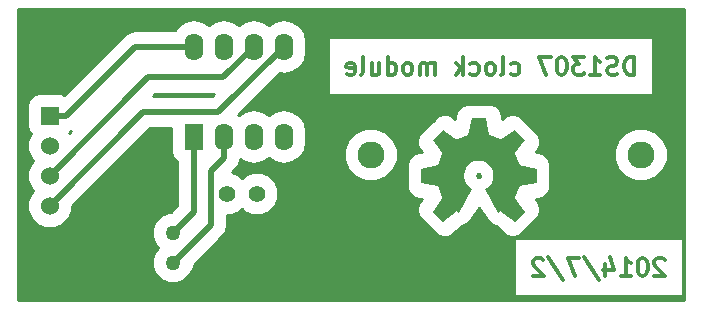
<source format=gbl>
G04 (created by PCBNEW (2013-jul-07)-stable) date 2014年08月03日 (週日) 21時34分56秒*
%MOIN*%
G04 Gerber Fmt 3.4, Leading zero omitted, Abs format*
%FSLAX34Y34*%
G01*
G70*
G90*
G04 APERTURE LIST*
%ADD10C,0.00590551*%
%ADD11C,0.011811*%
%ADD12C,0.09*%
%ADD13C,0.055*%
%ADD14R,0.06X0.06*%
%ADD15C,0.06*%
%ADD16R,0.062X0.09*%
%ADD17O,0.062X0.09*%
%ADD18C,0.05*%
%ADD19C,0.019685*%
%ADD20C,0.01*%
G04 APERTURE END LIST*
G54D10*
G54D11*
X67880Y-39139D02*
X67880Y-38548D01*
X67740Y-38548D01*
X67655Y-38576D01*
X67599Y-38632D01*
X67571Y-38689D01*
X67543Y-38801D01*
X67543Y-38885D01*
X67571Y-38998D01*
X67599Y-39054D01*
X67655Y-39110D01*
X67740Y-39139D01*
X67880Y-39139D01*
X67318Y-39110D02*
X67233Y-39139D01*
X67093Y-39139D01*
X67037Y-39110D01*
X67008Y-39082D01*
X66980Y-39026D01*
X66980Y-38970D01*
X67008Y-38914D01*
X67037Y-38885D01*
X67093Y-38857D01*
X67205Y-38829D01*
X67261Y-38801D01*
X67290Y-38773D01*
X67318Y-38717D01*
X67318Y-38660D01*
X67290Y-38604D01*
X67261Y-38576D01*
X67205Y-38548D01*
X67065Y-38548D01*
X66980Y-38576D01*
X66418Y-39139D02*
X66755Y-39139D01*
X66587Y-39139D02*
X66587Y-38548D01*
X66643Y-38632D01*
X66699Y-38689D01*
X66755Y-38717D01*
X66221Y-38548D02*
X65855Y-38548D01*
X66052Y-38773D01*
X65968Y-38773D01*
X65912Y-38801D01*
X65884Y-38829D01*
X65855Y-38885D01*
X65855Y-39026D01*
X65884Y-39082D01*
X65912Y-39110D01*
X65968Y-39139D01*
X66137Y-39139D01*
X66193Y-39110D01*
X66221Y-39082D01*
X65490Y-38548D02*
X65434Y-38548D01*
X65377Y-38576D01*
X65349Y-38604D01*
X65321Y-38660D01*
X65293Y-38773D01*
X65293Y-38914D01*
X65321Y-39026D01*
X65349Y-39082D01*
X65377Y-39110D01*
X65434Y-39139D01*
X65490Y-39139D01*
X65546Y-39110D01*
X65574Y-39082D01*
X65602Y-39026D01*
X65630Y-38914D01*
X65630Y-38773D01*
X65602Y-38660D01*
X65574Y-38604D01*
X65546Y-38576D01*
X65490Y-38548D01*
X65096Y-38548D02*
X64702Y-38548D01*
X64956Y-39139D01*
X63774Y-39110D02*
X63831Y-39139D01*
X63943Y-39139D01*
X63999Y-39110D01*
X64028Y-39082D01*
X64056Y-39026D01*
X64056Y-38857D01*
X64028Y-38801D01*
X63999Y-38773D01*
X63943Y-38745D01*
X63831Y-38745D01*
X63774Y-38773D01*
X63437Y-39139D02*
X63493Y-39110D01*
X63521Y-39054D01*
X63521Y-38548D01*
X63128Y-39139D02*
X63184Y-39110D01*
X63212Y-39082D01*
X63240Y-39026D01*
X63240Y-38857D01*
X63212Y-38801D01*
X63184Y-38773D01*
X63128Y-38745D01*
X63043Y-38745D01*
X62987Y-38773D01*
X62959Y-38801D01*
X62931Y-38857D01*
X62931Y-39026D01*
X62959Y-39082D01*
X62987Y-39110D01*
X63043Y-39139D01*
X63128Y-39139D01*
X62425Y-39110D02*
X62481Y-39139D01*
X62593Y-39139D01*
X62650Y-39110D01*
X62678Y-39082D01*
X62706Y-39026D01*
X62706Y-38857D01*
X62678Y-38801D01*
X62650Y-38773D01*
X62593Y-38745D01*
X62481Y-38745D01*
X62425Y-38773D01*
X62171Y-39139D02*
X62171Y-38548D01*
X62115Y-38914D02*
X61947Y-39139D01*
X61947Y-38745D02*
X62171Y-38970D01*
X61243Y-39139D02*
X61243Y-38745D01*
X61243Y-38801D02*
X61215Y-38773D01*
X61159Y-38745D01*
X61075Y-38745D01*
X61019Y-38773D01*
X60990Y-38829D01*
X60990Y-39139D01*
X60990Y-38829D02*
X60962Y-38773D01*
X60906Y-38745D01*
X60822Y-38745D01*
X60765Y-38773D01*
X60737Y-38829D01*
X60737Y-39139D01*
X60372Y-39139D02*
X60428Y-39110D01*
X60456Y-39082D01*
X60484Y-39026D01*
X60484Y-38857D01*
X60456Y-38801D01*
X60428Y-38773D01*
X60372Y-38745D01*
X60287Y-38745D01*
X60231Y-38773D01*
X60203Y-38801D01*
X60175Y-38857D01*
X60175Y-39026D01*
X60203Y-39082D01*
X60231Y-39110D01*
X60287Y-39139D01*
X60372Y-39139D01*
X59669Y-39139D02*
X59669Y-38548D01*
X59669Y-39110D02*
X59725Y-39139D01*
X59837Y-39139D01*
X59894Y-39110D01*
X59922Y-39082D01*
X59950Y-39026D01*
X59950Y-38857D01*
X59922Y-38801D01*
X59894Y-38773D01*
X59837Y-38745D01*
X59725Y-38745D01*
X59669Y-38773D01*
X59134Y-38745D02*
X59134Y-39139D01*
X59387Y-38745D02*
X59387Y-39054D01*
X59359Y-39110D01*
X59303Y-39139D01*
X59219Y-39139D01*
X59162Y-39110D01*
X59134Y-39082D01*
X58769Y-39139D02*
X58825Y-39110D01*
X58853Y-39054D01*
X58853Y-38548D01*
X58319Y-39110D02*
X58375Y-39139D01*
X58488Y-39139D01*
X58544Y-39110D01*
X58572Y-39054D01*
X58572Y-38829D01*
X58544Y-38773D01*
X58488Y-38745D01*
X58375Y-38745D01*
X58319Y-38773D01*
X58291Y-38829D01*
X58291Y-38885D01*
X58572Y-38942D01*
X68893Y-45304D02*
X68865Y-45276D01*
X68809Y-45248D01*
X68668Y-45248D01*
X68612Y-45276D01*
X68584Y-45304D01*
X68556Y-45360D01*
X68556Y-45417D01*
X68584Y-45501D01*
X68921Y-45839D01*
X68556Y-45839D01*
X68190Y-45248D02*
X68134Y-45248D01*
X68077Y-45276D01*
X68049Y-45304D01*
X68021Y-45360D01*
X67993Y-45473D01*
X67993Y-45614D01*
X68021Y-45726D01*
X68049Y-45782D01*
X68077Y-45810D01*
X68134Y-45839D01*
X68190Y-45839D01*
X68246Y-45810D01*
X68274Y-45782D01*
X68302Y-45726D01*
X68331Y-45614D01*
X68331Y-45473D01*
X68302Y-45360D01*
X68274Y-45304D01*
X68246Y-45276D01*
X68190Y-45248D01*
X67431Y-45839D02*
X67768Y-45839D01*
X67599Y-45839D02*
X67599Y-45248D01*
X67656Y-45332D01*
X67712Y-45389D01*
X67768Y-45417D01*
X66924Y-45445D02*
X66924Y-45839D01*
X67065Y-45220D02*
X67206Y-45642D01*
X66840Y-45642D01*
X66193Y-45220D02*
X66700Y-45979D01*
X66053Y-45248D02*
X65659Y-45248D01*
X65912Y-45839D01*
X65012Y-45220D02*
X65518Y-45979D01*
X64843Y-45304D02*
X64815Y-45276D01*
X64759Y-45248D01*
X64619Y-45248D01*
X64562Y-45276D01*
X64534Y-45304D01*
X64506Y-45360D01*
X64506Y-45417D01*
X64534Y-45501D01*
X64872Y-45839D01*
X64506Y-45839D01*
G54D10*
G36*
X62358Y-41155D02*
X62468Y-40565D01*
X62932Y-40565D01*
X63042Y-41155D01*
X62358Y-41155D01*
X62358Y-41155D01*
G37*
G36*
X61507Y-41791D02*
X61168Y-41296D01*
X61496Y-40968D01*
X61991Y-41307D01*
X61507Y-41791D01*
X61507Y-41791D01*
G37*
G36*
X61355Y-42842D02*
X60765Y-42732D01*
X60765Y-42268D01*
X61355Y-42158D01*
X61355Y-42842D01*
X61355Y-42842D01*
G37*
G36*
X61991Y-43692D02*
X61496Y-44031D01*
X61168Y-43703D01*
X61507Y-43208D01*
X61991Y-43692D01*
X61991Y-43692D01*
G37*
G36*
X63408Y-41307D02*
X63903Y-40968D01*
X64231Y-41296D01*
X63892Y-41791D01*
X63408Y-41307D01*
X63408Y-41307D01*
G37*
G36*
X64045Y-42158D02*
X64635Y-42268D01*
X64635Y-42732D01*
X64045Y-42842D01*
X64045Y-42158D01*
X64045Y-42158D01*
G37*
G36*
X63892Y-43208D02*
X64231Y-43703D01*
X63903Y-44031D01*
X63408Y-43692D01*
X63892Y-43208D01*
X63892Y-43208D01*
G37*
G36*
X62568Y-42008D02*
X62405Y-41106D01*
X62994Y-41106D01*
X62831Y-42008D01*
X62568Y-42008D01*
X62568Y-42008D01*
G37*
G36*
X62765Y-41995D02*
X62960Y-41099D01*
X63504Y-41325D01*
X63008Y-42095D01*
X62765Y-41995D01*
X62765Y-41995D01*
G37*
G36*
X62391Y-42095D02*
X61895Y-41325D01*
X62439Y-41099D01*
X62634Y-41995D01*
X62391Y-42095D01*
X62391Y-42095D01*
G37*
G36*
X62259Y-42245D02*
X61506Y-41723D01*
X61923Y-41306D01*
X62445Y-42059D01*
X62259Y-42245D01*
X62259Y-42245D01*
G37*
G36*
X62954Y-42059D02*
X63476Y-41306D01*
X63893Y-41723D01*
X63140Y-42245D01*
X62954Y-42059D01*
X62954Y-42059D01*
G37*
G36*
X62195Y-42434D02*
X61299Y-42239D01*
X61525Y-41695D01*
X62295Y-42191D01*
X62195Y-42434D01*
X62195Y-42434D01*
G37*
G36*
X63104Y-42191D02*
X63874Y-41695D01*
X64100Y-42239D01*
X63204Y-42434D01*
X63104Y-42191D01*
X63104Y-42191D01*
G37*
G36*
X62208Y-42631D02*
X61306Y-42794D01*
X61306Y-42205D01*
X62208Y-42368D01*
X62208Y-42631D01*
X62208Y-42631D01*
G37*
G36*
X63192Y-42368D02*
X64094Y-42205D01*
X64094Y-42794D01*
X63192Y-42631D01*
X63192Y-42368D01*
X63192Y-42368D01*
G37*
G36*
X63204Y-42565D02*
X64100Y-42760D01*
X63874Y-43304D01*
X63104Y-42808D01*
X63204Y-42565D01*
X63204Y-42565D01*
G37*
G36*
X62295Y-42808D02*
X61525Y-43304D01*
X61299Y-42760D01*
X62195Y-42565D01*
X62295Y-42808D01*
X62295Y-42808D01*
G37*
G36*
X62445Y-42940D02*
X61923Y-43693D01*
X61506Y-43276D01*
X62259Y-42754D01*
X62445Y-42940D01*
X62445Y-42940D01*
G37*
G36*
X63140Y-42754D02*
X63893Y-43276D01*
X63476Y-43693D01*
X62954Y-42940D01*
X63140Y-42754D01*
X63140Y-42754D01*
G37*
G36*
X63027Y-42872D02*
X63595Y-43577D01*
X63350Y-43741D01*
X62918Y-42945D01*
X63027Y-42872D01*
X63027Y-42872D01*
G37*
G36*
X62481Y-42945D02*
X62049Y-43741D01*
X61804Y-43577D01*
X62372Y-42872D01*
X62481Y-42945D01*
X62481Y-42945D01*
G37*
G54D12*
X59100Y-41800D03*
X68100Y-41800D03*
G54D13*
X54300Y-43100D03*
X55300Y-43100D03*
G54D14*
X48400Y-40500D03*
G54D15*
X48400Y-41500D03*
X48400Y-42500D03*
X48400Y-43500D03*
G54D16*
X53200Y-41200D03*
G54D17*
X54200Y-41200D03*
X55200Y-41200D03*
X56200Y-41200D03*
X56200Y-38200D03*
X55200Y-38200D03*
X54200Y-38200D03*
X53200Y-38200D03*
G54D18*
X52500Y-45400D03*
X52500Y-44400D03*
G54D19*
X51256Y-38200D02*
X48956Y-40500D01*
X53200Y-38200D02*
X51256Y-38200D01*
X48400Y-40500D02*
X48956Y-40500D01*
X53766Y-42339D02*
X54200Y-41906D01*
X53766Y-44133D02*
X53766Y-42339D01*
X52500Y-45400D02*
X53766Y-44133D01*
X54200Y-41200D02*
X54200Y-41906D01*
X53200Y-43700D02*
X53200Y-41200D01*
X52500Y-44400D02*
X53200Y-43700D01*
X51676Y-39223D02*
X48400Y-42500D01*
X54176Y-39223D02*
X51676Y-39223D01*
X55200Y-38200D02*
X54176Y-39223D01*
X51522Y-40377D02*
X48400Y-43500D01*
X54022Y-40377D02*
X51522Y-40377D01*
X56200Y-38200D02*
X54022Y-40377D01*
G54D10*
G36*
X49124Y-41008D02*
X49037Y-41095D01*
X49035Y-41091D01*
X49076Y-41051D01*
X49091Y-41015D01*
X49124Y-41008D01*
X49124Y-41008D01*
G37*
G54D20*
X49124Y-41008D02*
X49037Y-41095D01*
X49035Y-41091D01*
X49076Y-41051D01*
X49091Y-41015D01*
X49124Y-41008D01*
G54D10*
G36*
X53867Y-39765D02*
X53797Y-39835D01*
X51831Y-39835D01*
X51901Y-39765D01*
X53867Y-39765D01*
X53867Y-39765D01*
G37*
G54D20*
X53867Y-39765D02*
X53797Y-39835D01*
X51831Y-39835D01*
X51901Y-39765D01*
X53867Y-39765D01*
G54D10*
G36*
X62748Y-42508D02*
X62741Y-42525D01*
X62727Y-42538D01*
X62699Y-42557D01*
X62672Y-42538D01*
X62658Y-42525D01*
X62651Y-42508D01*
X62651Y-42491D01*
X62658Y-42474D01*
X62674Y-42458D01*
X62691Y-42451D01*
X62708Y-42451D01*
X62725Y-42458D01*
X62741Y-42474D01*
X62748Y-42491D01*
X62748Y-42508D01*
X62748Y-42508D01*
G37*
G54D20*
X62748Y-42508D02*
X62741Y-42525D01*
X62727Y-42538D01*
X62699Y-42557D01*
X62672Y-42538D01*
X62658Y-42525D01*
X62651Y-42508D01*
X62651Y-42491D01*
X62658Y-42474D01*
X62674Y-42458D01*
X62691Y-42451D01*
X62708Y-42451D01*
X62725Y-42458D01*
X62741Y-42474D01*
X62748Y-42491D01*
X62748Y-42508D01*
G54D10*
G36*
X69550Y-46650D02*
X69508Y-46650D01*
X69508Y-46516D01*
X69508Y-44565D01*
X68993Y-44565D01*
X68993Y-41623D01*
X68858Y-41294D01*
X68606Y-41042D01*
X68524Y-41008D01*
X68524Y-39816D01*
X68524Y-37865D01*
X57675Y-37865D01*
X57675Y-39816D01*
X68524Y-39816D01*
X68524Y-41008D01*
X68278Y-40906D01*
X67923Y-40906D01*
X67594Y-41041D01*
X67342Y-41293D01*
X67206Y-41621D01*
X67206Y-41976D01*
X67341Y-42305D01*
X67593Y-42557D01*
X67921Y-42693D01*
X68276Y-42693D01*
X68605Y-42558D01*
X68857Y-42306D01*
X68993Y-41978D01*
X68993Y-41623D01*
X68993Y-44565D01*
X65078Y-44565D01*
X65078Y-42930D01*
X65078Y-42753D01*
X65078Y-42069D01*
X65011Y-41906D01*
X64886Y-41781D01*
X64723Y-41714D01*
X64596Y-41714D01*
X64685Y-41625D01*
X64753Y-41462D01*
X64753Y-41285D01*
X64685Y-41122D01*
X64560Y-40998D01*
X64077Y-40514D01*
X63914Y-40446D01*
X63737Y-40446D01*
X63574Y-40514D01*
X63485Y-40603D01*
X63485Y-40476D01*
X63418Y-40313D01*
X63293Y-40188D01*
X63130Y-40121D01*
X62953Y-40121D01*
X62269Y-40121D01*
X62106Y-40188D01*
X61981Y-40313D01*
X61914Y-40476D01*
X61914Y-40603D01*
X61825Y-40514D01*
X61662Y-40446D01*
X61485Y-40446D01*
X61322Y-40514D01*
X61198Y-40639D01*
X60714Y-41122D01*
X60646Y-41285D01*
X60646Y-41462D01*
X60714Y-41625D01*
X60803Y-41714D01*
X60676Y-41714D01*
X60513Y-41781D01*
X60388Y-41906D01*
X60321Y-42069D01*
X60321Y-42246D01*
X60321Y-42930D01*
X60388Y-43093D01*
X60513Y-43218D01*
X60676Y-43285D01*
X60803Y-43285D01*
X60714Y-43374D01*
X60646Y-43537D01*
X60646Y-43714D01*
X60714Y-43877D01*
X60839Y-44001D01*
X61322Y-44485D01*
X61485Y-44553D01*
X61662Y-44553D01*
X61825Y-44485D01*
X61950Y-44360D01*
X62134Y-44176D01*
X62222Y-44158D01*
X62369Y-44060D01*
X62467Y-43913D01*
X62699Y-43565D01*
X63030Y-44060D01*
X63177Y-44158D01*
X63265Y-44176D01*
X63574Y-44485D01*
X63737Y-44553D01*
X63914Y-44553D01*
X64077Y-44485D01*
X64201Y-44360D01*
X64685Y-43877D01*
X64753Y-43714D01*
X64753Y-43537D01*
X64685Y-43374D01*
X64596Y-43285D01*
X64723Y-43285D01*
X64886Y-43218D01*
X65011Y-43093D01*
X65078Y-42930D01*
X65078Y-44565D01*
X63891Y-44565D01*
X63891Y-46516D01*
X69508Y-46516D01*
X69508Y-46650D01*
X59993Y-46650D01*
X59993Y-41623D01*
X59858Y-41294D01*
X59606Y-41042D01*
X59278Y-40906D01*
X58923Y-40906D01*
X58594Y-41041D01*
X58342Y-41293D01*
X58206Y-41621D01*
X58206Y-41976D01*
X58341Y-42305D01*
X58593Y-42557D01*
X58921Y-42693D01*
X59276Y-42693D01*
X59605Y-42558D01*
X59857Y-42306D01*
X59993Y-41978D01*
X59993Y-41623D01*
X59993Y-46650D01*
X56953Y-46650D01*
X56953Y-41357D01*
X56953Y-41042D01*
X56896Y-40754D01*
X56732Y-40509D01*
X56488Y-40346D01*
X56200Y-40288D01*
X55911Y-40346D01*
X55700Y-40487D01*
X55488Y-40346D01*
X55200Y-40288D01*
X54911Y-40346D01*
X54700Y-40487D01*
X54687Y-40479D01*
X56079Y-39087D01*
X56200Y-39111D01*
X56488Y-39053D01*
X56732Y-38890D01*
X56896Y-38645D01*
X56953Y-38357D01*
X56953Y-38042D01*
X56896Y-37754D01*
X56732Y-37509D01*
X56488Y-37346D01*
X56200Y-37288D01*
X55911Y-37346D01*
X55700Y-37487D01*
X55488Y-37346D01*
X55200Y-37288D01*
X54911Y-37346D01*
X54700Y-37487D01*
X54488Y-37346D01*
X54200Y-37288D01*
X53911Y-37346D01*
X53700Y-37487D01*
X53488Y-37346D01*
X53200Y-37288D01*
X52911Y-37346D01*
X52667Y-37509D01*
X52567Y-37657D01*
X51256Y-37657D01*
X51048Y-37699D01*
X50872Y-37816D01*
X48890Y-39798D01*
X48788Y-39756D01*
X48611Y-39756D01*
X48011Y-39756D01*
X47848Y-39823D01*
X47723Y-39948D01*
X47656Y-40111D01*
X47656Y-40288D01*
X47656Y-40888D01*
X47723Y-41051D01*
X47764Y-41091D01*
X47656Y-41351D01*
X47656Y-41647D01*
X47769Y-41920D01*
X47848Y-41999D01*
X47769Y-42078D01*
X47656Y-42351D01*
X47656Y-42647D01*
X47769Y-42920D01*
X47848Y-42999D01*
X47769Y-43078D01*
X47656Y-43351D01*
X47656Y-43647D01*
X47769Y-43920D01*
X47978Y-44130D01*
X48251Y-44243D01*
X48547Y-44243D01*
X48820Y-44130D01*
X49030Y-43921D01*
X49143Y-43648D01*
X49143Y-43523D01*
X51746Y-40919D01*
X52446Y-40919D01*
X52446Y-41738D01*
X52513Y-41901D01*
X52638Y-42026D01*
X52657Y-42034D01*
X52657Y-43475D01*
X52427Y-43706D01*
X52362Y-43706D01*
X52107Y-43811D01*
X51912Y-44006D01*
X51806Y-44261D01*
X51806Y-44537D01*
X51911Y-44792D01*
X52018Y-44900D01*
X51912Y-45006D01*
X51806Y-45261D01*
X51806Y-45537D01*
X51911Y-45792D01*
X52106Y-45987D01*
X52361Y-46093D01*
X52637Y-46093D01*
X52892Y-45988D01*
X53087Y-45793D01*
X53193Y-45538D01*
X53193Y-45473D01*
X54149Y-44517D01*
X54266Y-44341D01*
X54308Y-44133D01*
X54308Y-43818D01*
X54442Y-43818D01*
X54706Y-43709D01*
X54799Y-43616D01*
X54892Y-43708D01*
X55156Y-43818D01*
X55442Y-43818D01*
X55706Y-43709D01*
X55908Y-43507D01*
X56018Y-43243D01*
X56018Y-42957D01*
X55909Y-42693D01*
X55707Y-42491D01*
X55443Y-42381D01*
X55157Y-42381D01*
X54893Y-42490D01*
X54800Y-42583D01*
X54707Y-42491D01*
X54477Y-42395D01*
X54583Y-42289D01*
X54700Y-42113D01*
X54736Y-41936D01*
X54911Y-42053D01*
X55200Y-42111D01*
X55488Y-42053D01*
X55700Y-41912D01*
X55911Y-42053D01*
X56200Y-42111D01*
X56488Y-42053D01*
X56732Y-41890D01*
X56896Y-41645D01*
X56953Y-41357D01*
X56953Y-46650D01*
X47350Y-46650D01*
X47350Y-36950D01*
X69550Y-36950D01*
X69550Y-46650D01*
X69550Y-46650D01*
G37*
G54D20*
X69550Y-46650D02*
X69508Y-46650D01*
X69508Y-46516D01*
X69508Y-44565D01*
X68993Y-44565D01*
X68993Y-41623D01*
X68858Y-41294D01*
X68606Y-41042D01*
X68524Y-41008D01*
X68524Y-39816D01*
X68524Y-37865D01*
X57675Y-37865D01*
X57675Y-39816D01*
X68524Y-39816D01*
X68524Y-41008D01*
X68278Y-40906D01*
X67923Y-40906D01*
X67594Y-41041D01*
X67342Y-41293D01*
X67206Y-41621D01*
X67206Y-41976D01*
X67341Y-42305D01*
X67593Y-42557D01*
X67921Y-42693D01*
X68276Y-42693D01*
X68605Y-42558D01*
X68857Y-42306D01*
X68993Y-41978D01*
X68993Y-41623D01*
X68993Y-44565D01*
X65078Y-44565D01*
X65078Y-42930D01*
X65078Y-42753D01*
X65078Y-42069D01*
X65011Y-41906D01*
X64886Y-41781D01*
X64723Y-41714D01*
X64596Y-41714D01*
X64685Y-41625D01*
X64753Y-41462D01*
X64753Y-41285D01*
X64685Y-41122D01*
X64560Y-40998D01*
X64077Y-40514D01*
X63914Y-40446D01*
X63737Y-40446D01*
X63574Y-40514D01*
X63485Y-40603D01*
X63485Y-40476D01*
X63418Y-40313D01*
X63293Y-40188D01*
X63130Y-40121D01*
X62953Y-40121D01*
X62269Y-40121D01*
X62106Y-40188D01*
X61981Y-40313D01*
X61914Y-40476D01*
X61914Y-40603D01*
X61825Y-40514D01*
X61662Y-40446D01*
X61485Y-40446D01*
X61322Y-40514D01*
X61198Y-40639D01*
X60714Y-41122D01*
X60646Y-41285D01*
X60646Y-41462D01*
X60714Y-41625D01*
X60803Y-41714D01*
X60676Y-41714D01*
X60513Y-41781D01*
X60388Y-41906D01*
X60321Y-42069D01*
X60321Y-42246D01*
X60321Y-42930D01*
X60388Y-43093D01*
X60513Y-43218D01*
X60676Y-43285D01*
X60803Y-43285D01*
X60714Y-43374D01*
X60646Y-43537D01*
X60646Y-43714D01*
X60714Y-43877D01*
X60839Y-44001D01*
X61322Y-44485D01*
X61485Y-44553D01*
X61662Y-44553D01*
X61825Y-44485D01*
X61950Y-44360D01*
X62134Y-44176D01*
X62222Y-44158D01*
X62369Y-44060D01*
X62467Y-43913D01*
X62699Y-43565D01*
X63030Y-44060D01*
X63177Y-44158D01*
X63265Y-44176D01*
X63574Y-44485D01*
X63737Y-44553D01*
X63914Y-44553D01*
X64077Y-44485D01*
X64201Y-44360D01*
X64685Y-43877D01*
X64753Y-43714D01*
X64753Y-43537D01*
X64685Y-43374D01*
X64596Y-43285D01*
X64723Y-43285D01*
X64886Y-43218D01*
X65011Y-43093D01*
X65078Y-42930D01*
X65078Y-44565D01*
X63891Y-44565D01*
X63891Y-46516D01*
X69508Y-46516D01*
X69508Y-46650D01*
X59993Y-46650D01*
X59993Y-41623D01*
X59858Y-41294D01*
X59606Y-41042D01*
X59278Y-40906D01*
X58923Y-40906D01*
X58594Y-41041D01*
X58342Y-41293D01*
X58206Y-41621D01*
X58206Y-41976D01*
X58341Y-42305D01*
X58593Y-42557D01*
X58921Y-42693D01*
X59276Y-42693D01*
X59605Y-42558D01*
X59857Y-42306D01*
X59993Y-41978D01*
X59993Y-41623D01*
X59993Y-46650D01*
X56953Y-46650D01*
X56953Y-41357D01*
X56953Y-41042D01*
X56896Y-40754D01*
X56732Y-40509D01*
X56488Y-40346D01*
X56200Y-40288D01*
X55911Y-40346D01*
X55700Y-40487D01*
X55488Y-40346D01*
X55200Y-40288D01*
X54911Y-40346D01*
X54700Y-40487D01*
X54687Y-40479D01*
X56079Y-39087D01*
X56200Y-39111D01*
X56488Y-39053D01*
X56732Y-38890D01*
X56896Y-38645D01*
X56953Y-38357D01*
X56953Y-38042D01*
X56896Y-37754D01*
X56732Y-37509D01*
X56488Y-37346D01*
X56200Y-37288D01*
X55911Y-37346D01*
X55700Y-37487D01*
X55488Y-37346D01*
X55200Y-37288D01*
X54911Y-37346D01*
X54700Y-37487D01*
X54488Y-37346D01*
X54200Y-37288D01*
X53911Y-37346D01*
X53700Y-37487D01*
X53488Y-37346D01*
X53200Y-37288D01*
X52911Y-37346D01*
X52667Y-37509D01*
X52567Y-37657D01*
X51256Y-37657D01*
X51048Y-37699D01*
X50872Y-37816D01*
X48890Y-39798D01*
X48788Y-39756D01*
X48611Y-39756D01*
X48011Y-39756D01*
X47848Y-39823D01*
X47723Y-39948D01*
X47656Y-40111D01*
X47656Y-40288D01*
X47656Y-40888D01*
X47723Y-41051D01*
X47764Y-41091D01*
X47656Y-41351D01*
X47656Y-41647D01*
X47769Y-41920D01*
X47848Y-41999D01*
X47769Y-42078D01*
X47656Y-42351D01*
X47656Y-42647D01*
X47769Y-42920D01*
X47848Y-42999D01*
X47769Y-43078D01*
X47656Y-43351D01*
X47656Y-43647D01*
X47769Y-43920D01*
X47978Y-44130D01*
X48251Y-44243D01*
X48547Y-44243D01*
X48820Y-44130D01*
X49030Y-43921D01*
X49143Y-43648D01*
X49143Y-43523D01*
X51746Y-40919D01*
X52446Y-40919D01*
X52446Y-41738D01*
X52513Y-41901D01*
X52638Y-42026D01*
X52657Y-42034D01*
X52657Y-43475D01*
X52427Y-43706D01*
X52362Y-43706D01*
X52107Y-43811D01*
X51912Y-44006D01*
X51806Y-44261D01*
X51806Y-44537D01*
X51911Y-44792D01*
X52018Y-44900D01*
X51912Y-45006D01*
X51806Y-45261D01*
X51806Y-45537D01*
X51911Y-45792D01*
X52106Y-45987D01*
X52361Y-46093D01*
X52637Y-46093D01*
X52892Y-45988D01*
X53087Y-45793D01*
X53193Y-45538D01*
X53193Y-45473D01*
X54149Y-44517D01*
X54266Y-44341D01*
X54308Y-44133D01*
X54308Y-43818D01*
X54442Y-43818D01*
X54706Y-43709D01*
X54799Y-43616D01*
X54892Y-43708D01*
X55156Y-43818D01*
X55442Y-43818D01*
X55706Y-43709D01*
X55908Y-43507D01*
X56018Y-43243D01*
X56018Y-42957D01*
X55909Y-42693D01*
X55707Y-42491D01*
X55443Y-42381D01*
X55157Y-42381D01*
X54893Y-42490D01*
X54800Y-42583D01*
X54707Y-42491D01*
X54477Y-42395D01*
X54583Y-42289D01*
X54700Y-42113D01*
X54736Y-41936D01*
X54911Y-42053D01*
X55200Y-42111D01*
X55488Y-42053D01*
X55700Y-41912D01*
X55911Y-42053D01*
X56200Y-42111D01*
X56488Y-42053D01*
X56732Y-41890D01*
X56896Y-41645D01*
X56953Y-41357D01*
X56953Y-46650D01*
X47350Y-46650D01*
X47350Y-36950D01*
X69550Y-36950D01*
X69550Y-46650D01*
M02*

</source>
